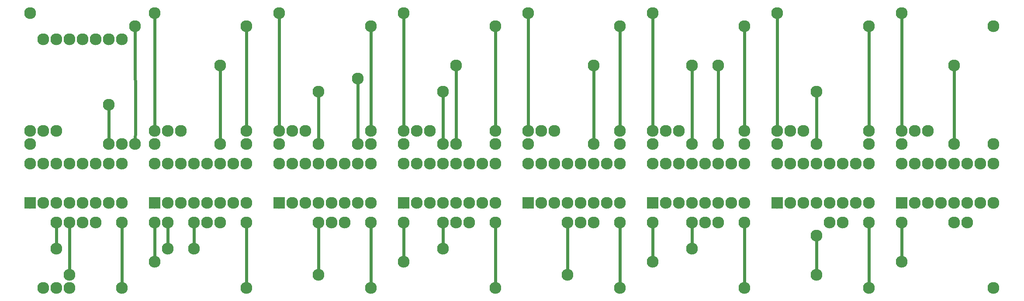
<source format=gtl>
G04 MADE WITH FRITZING*
G04 WWW.FRITZING.ORG*
G04 DOUBLE SIDED*
G04 HOLES PLATED*
G04 CONTOUR ON CENTER OF CONTOUR VECTOR*
%ASAXBY*%
%FSLAX23Y23*%
%MOIN*%
%OFA0B0*%
%SFA1.0B1.0*%
%ADD10C,0.090551*%
%ADD11R,0.090551X0.090551*%
%ADD12C,0.024000*%
%LNCOPPER1*%
G90*
G70*
G54D10*
X6982Y1143D03*
X6982Y1443D03*
X7082Y1143D03*
X7082Y1443D03*
X7182Y1143D03*
X7182Y1443D03*
X7282Y1143D03*
X7282Y1443D03*
X7382Y1143D03*
X7382Y1443D03*
X7482Y1143D03*
X7482Y1443D03*
X7582Y1143D03*
X7582Y1443D03*
X7682Y1143D03*
X7682Y1443D03*
X6032Y1143D03*
X6032Y1443D03*
X6132Y1143D03*
X6132Y1443D03*
X6232Y1143D03*
X6232Y1443D03*
X6332Y1143D03*
X6332Y1443D03*
X6432Y1143D03*
X6432Y1443D03*
X6532Y1143D03*
X6532Y1443D03*
X6632Y1143D03*
X6632Y1443D03*
X6732Y1143D03*
X6732Y1443D03*
X5082Y1143D03*
X5082Y1443D03*
X5182Y1143D03*
X5182Y1443D03*
X5282Y1143D03*
X5282Y1443D03*
X5382Y1143D03*
X5382Y1443D03*
X5482Y1143D03*
X5482Y1443D03*
X5582Y1143D03*
X5582Y1443D03*
X5682Y1143D03*
X5682Y1443D03*
X5782Y1143D03*
X5782Y1443D03*
X4132Y1143D03*
X4132Y1443D03*
X4232Y1143D03*
X4232Y1443D03*
X4332Y1143D03*
X4332Y1443D03*
X4432Y1143D03*
X4432Y1443D03*
X4532Y1143D03*
X4532Y1443D03*
X4632Y1143D03*
X4632Y1443D03*
X4732Y1143D03*
X4732Y1443D03*
X4832Y1143D03*
X4832Y1443D03*
X2232Y1143D03*
X2232Y1443D03*
X2332Y1143D03*
X2332Y1443D03*
X2432Y1143D03*
X2432Y1443D03*
X2532Y1143D03*
X2532Y1443D03*
X2632Y1143D03*
X2632Y1443D03*
X2732Y1143D03*
X2732Y1443D03*
X2832Y1143D03*
X2832Y1443D03*
X2932Y1143D03*
X2932Y1443D03*
X1282Y1143D03*
X1282Y1443D03*
X1382Y1143D03*
X1382Y1443D03*
X1482Y1143D03*
X1482Y1443D03*
X1582Y1143D03*
X1582Y1443D03*
X1682Y1143D03*
X1682Y1443D03*
X1782Y1143D03*
X1782Y1443D03*
X1882Y1143D03*
X1882Y1443D03*
X1982Y1143D03*
X1982Y1443D03*
X332Y1143D03*
X332Y1443D03*
X432Y1143D03*
X432Y1443D03*
X532Y1143D03*
X532Y1443D03*
X632Y1143D03*
X632Y1443D03*
X732Y1143D03*
X732Y1443D03*
X832Y1143D03*
X832Y1443D03*
X932Y1143D03*
X932Y1443D03*
X1032Y1143D03*
X1032Y1443D03*
X6332Y893D03*
X6332Y593D03*
X4432Y593D03*
X6982Y693D03*
X6982Y993D03*
X3182Y693D03*
X3182Y993D03*
X632Y593D03*
X2532Y593D03*
X2532Y993D03*
X5382Y993D03*
X5382Y793D03*
X1582Y993D03*
X5082Y993D03*
X5082Y693D03*
X1282Y693D03*
X1282Y993D03*
X4432Y993D03*
X3482Y793D03*
X532Y993D03*
X532Y793D03*
X1382Y793D03*
X1382Y993D03*
X1582Y793D03*
X5382Y1593D03*
X5382Y2193D03*
X4632Y2193D03*
X4632Y1593D03*
X7382Y2193D03*
X7382Y1593D03*
X5582Y1593D03*
X5582Y2193D03*
X1782Y1593D03*
X1782Y2193D03*
X3582Y1593D03*
X3582Y2193D03*
X2832Y2093D03*
X2832Y1593D03*
X6332Y1593D03*
X6332Y1993D03*
X3482Y1993D03*
X3482Y1593D03*
X2532Y1993D03*
X2532Y1593D03*
X932Y1893D03*
X932Y1593D03*
X632Y993D03*
X3482Y993D03*
X7382Y993D03*
X7482Y993D03*
X6432Y993D03*
X6532Y993D03*
X5482Y993D03*
X5582Y993D03*
X4532Y993D03*
X4632Y993D03*
X3582Y993D03*
X3682Y993D03*
X2632Y993D03*
X2732Y993D03*
X1682Y993D03*
X1782Y993D03*
X732Y993D03*
X832Y993D03*
X1282Y1593D03*
X432Y1693D03*
X532Y1693D03*
X1032Y493D03*
X3882Y493D03*
X6732Y493D03*
X1982Y493D03*
X2932Y493D03*
X4832Y493D03*
X5782Y493D03*
X6732Y993D03*
X2932Y993D03*
X1982Y993D03*
X3882Y993D03*
X5782Y993D03*
X4832Y993D03*
X1032Y993D03*
X2232Y2593D03*
X4132Y2593D03*
X1282Y2593D03*
X3182Y2593D03*
X6032Y2593D03*
X5082Y2593D03*
X6982Y2593D03*
X332Y2593D03*
X6982Y1693D03*
X6032Y1693D03*
X2232Y1693D03*
X1282Y1693D03*
X3182Y1693D03*
X5082Y1693D03*
X4132Y1693D03*
X332Y1693D03*
X6732Y2493D03*
X2932Y2493D03*
X1982Y2493D03*
X3882Y2493D03*
X5782Y2493D03*
X4832Y2493D03*
X1132Y2493D03*
X6732Y1693D03*
X5782Y1693D03*
X4832Y1693D03*
X3882Y1693D03*
X2932Y1693D03*
X1982Y1693D03*
X1132Y1593D03*
X332Y1593D03*
X1382Y1693D03*
X1482Y1693D03*
X7082Y1693D03*
X7182Y1693D03*
X6132Y1693D03*
X6232Y1693D03*
X5182Y1693D03*
X5282Y1693D03*
X4232Y1693D03*
X4332Y1693D03*
X3282Y1693D03*
X3382Y1693D03*
X2332Y1693D03*
X2432Y1693D03*
X2232Y1593D03*
X7682Y1593D03*
X6982Y1593D03*
X6732Y1593D03*
X6032Y1593D03*
X5782Y1593D03*
X5082Y1593D03*
X4832Y1593D03*
X4132Y1593D03*
X3882Y1593D03*
X3182Y1593D03*
X2932Y1593D03*
X1982Y1593D03*
X1032Y1593D03*
X7682Y493D03*
X7682Y2493D03*
X432Y493D03*
X532Y493D03*
X632Y493D03*
X432Y2393D03*
X532Y2393D03*
X632Y2393D03*
X732Y2393D03*
X832Y2393D03*
X932Y2393D03*
X1032Y2393D03*
X3182Y1143D03*
X3182Y1443D03*
X3282Y1143D03*
X3282Y1443D03*
X3382Y1143D03*
X3382Y1443D03*
X3482Y1143D03*
X3482Y1443D03*
X3582Y1143D03*
X3582Y1443D03*
X3682Y1143D03*
X3682Y1443D03*
X3782Y1143D03*
X3782Y1443D03*
X3882Y1143D03*
X3882Y1443D03*
G54D11*
X6982Y1143D03*
X6032Y1143D03*
X5082Y1143D03*
X4132Y1143D03*
X2232Y1143D03*
X1282Y1143D03*
X332Y1143D03*
X3182Y1143D03*
G54D12*
X1382Y818D02*
X1382Y969D01*
D02*
X532Y818D02*
X532Y969D01*
D02*
X932Y1618D02*
X932Y1869D01*
D02*
X3482Y1618D02*
X3482Y1969D01*
D02*
X2532Y1618D02*
X2532Y1969D01*
D02*
X6332Y1618D02*
X6332Y1969D01*
D02*
X1782Y1618D02*
X1782Y2169D01*
D02*
X3582Y1618D02*
X3582Y2169D01*
D02*
X2832Y1618D02*
X2832Y2069D01*
D02*
X7382Y2169D02*
X7382Y1618D01*
D02*
X5582Y2169D02*
X5582Y1618D01*
D02*
X4632Y1618D02*
X4632Y2169D01*
D02*
X5382Y1618D02*
X5382Y2169D01*
D02*
X5782Y1718D02*
X5782Y2469D01*
D02*
X4832Y1718D02*
X4832Y2469D01*
D02*
X3882Y1718D02*
X3882Y2469D01*
D02*
X2932Y1718D02*
X2932Y2469D01*
D02*
X1982Y1718D02*
X1982Y2469D01*
D02*
X1135Y1695D02*
X1132Y2469D01*
D02*
X1132Y1618D02*
X1135Y1695D01*
D02*
X5082Y1718D02*
X5082Y2569D01*
D02*
X4132Y1718D02*
X4132Y2569D01*
D02*
X3182Y1718D02*
X3182Y2569D01*
D02*
X2232Y1718D02*
X2232Y2569D01*
D02*
X1282Y1718D02*
X1282Y2569D01*
D02*
X6732Y1718D02*
X6732Y2469D01*
D02*
X6982Y1718D02*
X6982Y2569D01*
D02*
X6032Y1718D02*
X6032Y2569D01*
D02*
X6732Y518D02*
X6732Y969D01*
D02*
X5782Y518D02*
X5782Y969D01*
D02*
X4832Y518D02*
X4832Y969D01*
D02*
X3882Y518D02*
X3882Y969D01*
D02*
X2932Y518D02*
X2932Y969D01*
D02*
X1982Y518D02*
X1982Y969D01*
D02*
X1032Y518D02*
X1032Y969D01*
D02*
X6982Y718D02*
X6982Y969D01*
D02*
X6332Y618D02*
X6332Y869D01*
D02*
X5382Y818D02*
X5382Y969D01*
D02*
X5082Y718D02*
X5082Y969D01*
D02*
X4432Y618D02*
X4432Y969D01*
D02*
X3482Y818D02*
X3482Y969D01*
D02*
X3182Y718D02*
X3182Y969D01*
D02*
X2532Y618D02*
X2532Y969D01*
D02*
X1582Y818D02*
X1582Y969D01*
D02*
X1282Y718D02*
X1282Y969D01*
D02*
X632Y618D02*
X632Y969D01*
G04 End of Copper1*
M02*
</source>
